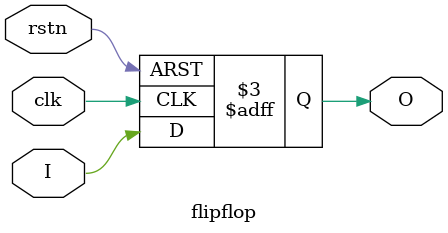
<source format=v>
`timescale 1ns / 1ps

module flipflop(
    input wire clk,
    input wire rstn,
    input wire I,
    output reg O
    );
    
    always @ (posedge clk or negedge rstn)begin
        if(!rstn) O <= 1'd0;
        else      O <= I;
    end
   
endmodule

</source>
